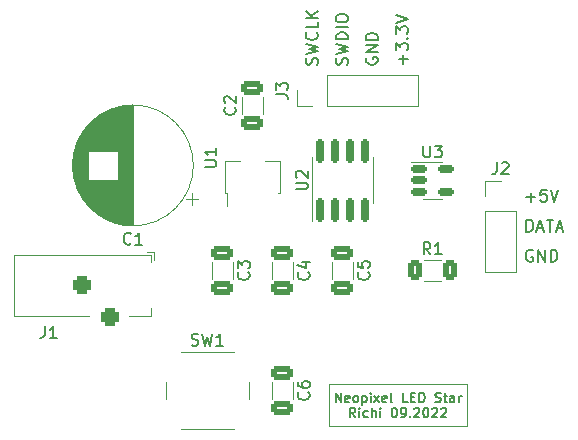
<source format=gto>
%TF.GenerationSoftware,KiCad,Pcbnew,(6.0.8)*%
%TF.CreationDate,2022-12-23T18:43:03+01:00*%
%TF.ProjectId,Neopixel_LED_Star,4e656f70-6978-4656-9c5f-4c45445f5374,rev?*%
%TF.SameCoordinates,Original*%
%TF.FileFunction,Legend,Top*%
%TF.FilePolarity,Positive*%
%FSLAX46Y46*%
G04 Gerber Fmt 4.6, Leading zero omitted, Abs format (unit mm)*
G04 Created by KiCad (PCBNEW (6.0.8)) date 2022-12-23 18:43:03*
%MOMM*%
%LPD*%
G01*
G04 APERTURE LIST*
G04 Aperture macros list*
%AMRoundRect*
0 Rectangle with rounded corners*
0 $1 Rounding radius*
0 $2 $3 $4 $5 $6 $7 $8 $9 X,Y pos of 4 corners*
0 Add a 4 corners polygon primitive as box body*
4,1,4,$2,$3,$4,$5,$6,$7,$8,$9,$2,$3,0*
0 Add four circle primitives for the rounded corners*
1,1,$1+$1,$2,$3*
1,1,$1+$1,$4,$5*
1,1,$1+$1,$6,$7*
1,1,$1+$1,$8,$9*
0 Add four rect primitives between the rounded corners*
20,1,$1+$1,$2,$3,$4,$5,0*
20,1,$1+$1,$4,$5,$6,$7,0*
20,1,$1+$1,$6,$7,$8,$9,0*
20,1,$1+$1,$8,$9,$2,$3,0*%
%AMFreePoly0*
4,1,9,3.862500,-0.866500,0.737500,-0.866500,0.737500,-0.450000,-0.737500,-0.450000,-0.737500,0.450000,0.737500,0.450000,0.737500,0.866500,3.862500,0.866500,3.862500,-0.866500,3.862500,-0.866500,$1*%
G04 Aperture macros list end*
%ADD10C,0.100000*%
%ADD11C,0.150000*%
%ADD12C,0.120000*%
%ADD13RoundRect,0.250000X-0.650000X0.325000X-0.650000X-0.325000X0.650000X-0.325000X0.650000X0.325000X0*%
%ADD14C,6.400000*%
%ADD15RoundRect,0.150000X-0.512500X-0.150000X0.512500X-0.150000X0.512500X0.150000X-0.512500X0.150000X0*%
%ADD16C,2.000000*%
%ADD17R,1.700000X1.700000*%
%ADD18O,1.700000X1.700000*%
%ADD19RoundRect,0.150000X0.150000X-0.825000X0.150000X0.825000X-0.150000X0.825000X-0.150000X-0.825000X0*%
%ADD20RoundRect,0.250000X-0.312500X-0.625000X0.312500X-0.625000X0.312500X0.625000X-0.312500X0.625000X0*%
%ADD21R,0.900000X1.300000*%
%ADD22FreePoly0,90.000000*%
%ADD23R,1.600000X1.600000*%
%ADD24RoundRect,0.400000X-0.400000X-0.400000X0.400000X-0.400000X0.400000X0.400000X-0.400000X0.400000X0*%
%ADD25RoundRect,0.250000X0.650000X-0.325000X0.650000X0.325000X-0.650000X0.325000X-0.650000X-0.325000X0*%
%ADD26R,2.000000X2.000000*%
G04 APERTURE END LIST*
D10*
X148717000Y-101092000D02*
X160401000Y-101092000D01*
X160401000Y-101092000D02*
X160401000Y-104648000D01*
X160401000Y-104648000D02*
X148717000Y-104648000D01*
X148717000Y-104648000D02*
X148717000Y-101092000D01*
D11*
X151900000Y-73435595D02*
X151852380Y-73530833D01*
X151852380Y-73673690D01*
X151900000Y-73816547D01*
X151995238Y-73911785D01*
X152090476Y-73959404D01*
X152280952Y-74007023D01*
X152423809Y-74007023D01*
X152614285Y-73959404D01*
X152709523Y-73911785D01*
X152804761Y-73816547D01*
X152852380Y-73673690D01*
X152852380Y-73578452D01*
X152804761Y-73435595D01*
X152757142Y-73387976D01*
X152423809Y-73387976D01*
X152423809Y-73578452D01*
X152852380Y-72959404D02*
X151852380Y-72959404D01*
X152852380Y-72387976D01*
X151852380Y-72387976D01*
X152852380Y-71911785D02*
X151852380Y-71911785D01*
X151852380Y-71673690D01*
X151900000Y-71530833D01*
X151995238Y-71435595D01*
X152090476Y-71387976D01*
X152280952Y-71340357D01*
X152423809Y-71340357D01*
X152614285Y-71387976D01*
X152709523Y-71435595D01*
X152804761Y-71530833D01*
X152852380Y-71673690D01*
X152852380Y-71911785D01*
X165435595Y-88152380D02*
X165435595Y-87152380D01*
X165673690Y-87152380D01*
X165816547Y-87200000D01*
X165911785Y-87295238D01*
X165959404Y-87390476D01*
X166007023Y-87580952D01*
X166007023Y-87723809D01*
X165959404Y-87914285D01*
X165911785Y-88009523D01*
X165816547Y-88104761D01*
X165673690Y-88152380D01*
X165435595Y-88152380D01*
X166387976Y-87866666D02*
X166864166Y-87866666D01*
X166292738Y-88152380D02*
X166626071Y-87152380D01*
X166959404Y-88152380D01*
X167149880Y-87152380D02*
X167721309Y-87152380D01*
X167435595Y-88152380D02*
X167435595Y-87152380D01*
X168007023Y-87866666D02*
X168483214Y-87866666D01*
X167911785Y-88152380D02*
X168245119Y-87152380D01*
X168578452Y-88152380D01*
X165435595Y-85231428D02*
X166197500Y-85231428D01*
X165816547Y-85612380D02*
X165816547Y-84850476D01*
X167149880Y-84612380D02*
X166673690Y-84612380D01*
X166626071Y-85088571D01*
X166673690Y-85040952D01*
X166768928Y-84993333D01*
X167007023Y-84993333D01*
X167102261Y-85040952D01*
X167149880Y-85088571D01*
X167197500Y-85183809D01*
X167197500Y-85421904D01*
X167149880Y-85517142D01*
X167102261Y-85564761D01*
X167007023Y-85612380D01*
X166768928Y-85612380D01*
X166673690Y-85564761D01*
X166626071Y-85517142D01*
X167483214Y-84612380D02*
X167816547Y-85612380D01*
X168149880Y-84612380D01*
X149282809Y-102587904D02*
X149282809Y-101787904D01*
X149739952Y-102587904D01*
X149739952Y-101787904D01*
X150425666Y-102549809D02*
X150349476Y-102587904D01*
X150197095Y-102587904D01*
X150120904Y-102549809D01*
X150082809Y-102473619D01*
X150082809Y-102168857D01*
X150120904Y-102092666D01*
X150197095Y-102054571D01*
X150349476Y-102054571D01*
X150425666Y-102092666D01*
X150463761Y-102168857D01*
X150463761Y-102245047D01*
X150082809Y-102321238D01*
X150920904Y-102587904D02*
X150844714Y-102549809D01*
X150806619Y-102511714D01*
X150768523Y-102435523D01*
X150768523Y-102206952D01*
X150806619Y-102130761D01*
X150844714Y-102092666D01*
X150920904Y-102054571D01*
X151035190Y-102054571D01*
X151111380Y-102092666D01*
X151149476Y-102130761D01*
X151187571Y-102206952D01*
X151187571Y-102435523D01*
X151149476Y-102511714D01*
X151111380Y-102549809D01*
X151035190Y-102587904D01*
X150920904Y-102587904D01*
X151530428Y-102054571D02*
X151530428Y-102854571D01*
X151530428Y-102092666D02*
X151606619Y-102054571D01*
X151759000Y-102054571D01*
X151835190Y-102092666D01*
X151873285Y-102130761D01*
X151911380Y-102206952D01*
X151911380Y-102435523D01*
X151873285Y-102511714D01*
X151835190Y-102549809D01*
X151759000Y-102587904D01*
X151606619Y-102587904D01*
X151530428Y-102549809D01*
X152254238Y-102587904D02*
X152254238Y-102054571D01*
X152254238Y-101787904D02*
X152216142Y-101826000D01*
X152254238Y-101864095D01*
X152292333Y-101826000D01*
X152254238Y-101787904D01*
X152254238Y-101864095D01*
X152559000Y-102587904D02*
X152978047Y-102054571D01*
X152559000Y-102054571D02*
X152978047Y-102587904D01*
X153587571Y-102549809D02*
X153511380Y-102587904D01*
X153359000Y-102587904D01*
X153282809Y-102549809D01*
X153244714Y-102473619D01*
X153244714Y-102168857D01*
X153282809Y-102092666D01*
X153359000Y-102054571D01*
X153511380Y-102054571D01*
X153587571Y-102092666D01*
X153625666Y-102168857D01*
X153625666Y-102245047D01*
X153244714Y-102321238D01*
X154082809Y-102587904D02*
X154006619Y-102549809D01*
X153968523Y-102473619D01*
X153968523Y-101787904D01*
X155378047Y-102587904D02*
X154997095Y-102587904D01*
X154997095Y-101787904D01*
X155644714Y-102168857D02*
X155911380Y-102168857D01*
X156025666Y-102587904D02*
X155644714Y-102587904D01*
X155644714Y-101787904D01*
X156025666Y-101787904D01*
X156368523Y-102587904D02*
X156368523Y-101787904D01*
X156559000Y-101787904D01*
X156673285Y-101826000D01*
X156749476Y-101902190D01*
X156787571Y-101978380D01*
X156825666Y-102130761D01*
X156825666Y-102245047D01*
X156787571Y-102397428D01*
X156749476Y-102473619D01*
X156673285Y-102549809D01*
X156559000Y-102587904D01*
X156368523Y-102587904D01*
X157739952Y-102549809D02*
X157854238Y-102587904D01*
X158044714Y-102587904D01*
X158120904Y-102549809D01*
X158159000Y-102511714D01*
X158197095Y-102435523D01*
X158197095Y-102359333D01*
X158159000Y-102283142D01*
X158120904Y-102245047D01*
X158044714Y-102206952D01*
X157892333Y-102168857D01*
X157816142Y-102130761D01*
X157778047Y-102092666D01*
X157739952Y-102016476D01*
X157739952Y-101940285D01*
X157778047Y-101864095D01*
X157816142Y-101826000D01*
X157892333Y-101787904D01*
X158082809Y-101787904D01*
X158197095Y-101826000D01*
X158425666Y-102054571D02*
X158730428Y-102054571D01*
X158539952Y-101787904D02*
X158539952Y-102473619D01*
X158578047Y-102549809D01*
X158654238Y-102587904D01*
X158730428Y-102587904D01*
X159339952Y-102587904D02*
X159339952Y-102168857D01*
X159301857Y-102092666D01*
X159225666Y-102054571D01*
X159073285Y-102054571D01*
X158997095Y-102092666D01*
X159339952Y-102549809D02*
X159263761Y-102587904D01*
X159073285Y-102587904D01*
X158997095Y-102549809D01*
X158959000Y-102473619D01*
X158959000Y-102397428D01*
X158997095Y-102321238D01*
X159073285Y-102283142D01*
X159263761Y-102283142D01*
X159339952Y-102245047D01*
X159720904Y-102587904D02*
X159720904Y-102054571D01*
X159720904Y-102206952D02*
X159759000Y-102130761D01*
X159797095Y-102092666D01*
X159873285Y-102054571D01*
X159949476Y-102054571D01*
X150939952Y-103875904D02*
X150673285Y-103494952D01*
X150482809Y-103875904D02*
X150482809Y-103075904D01*
X150787571Y-103075904D01*
X150863761Y-103114000D01*
X150901857Y-103152095D01*
X150939952Y-103228285D01*
X150939952Y-103342571D01*
X150901857Y-103418761D01*
X150863761Y-103456857D01*
X150787571Y-103494952D01*
X150482809Y-103494952D01*
X151282809Y-103875904D02*
X151282809Y-103342571D01*
X151282809Y-103075904D02*
X151244714Y-103114000D01*
X151282809Y-103152095D01*
X151320904Y-103114000D01*
X151282809Y-103075904D01*
X151282809Y-103152095D01*
X152006619Y-103837809D02*
X151930428Y-103875904D01*
X151778047Y-103875904D01*
X151701857Y-103837809D01*
X151663761Y-103799714D01*
X151625666Y-103723523D01*
X151625666Y-103494952D01*
X151663761Y-103418761D01*
X151701857Y-103380666D01*
X151778047Y-103342571D01*
X151930428Y-103342571D01*
X152006619Y-103380666D01*
X152349476Y-103875904D02*
X152349476Y-103075904D01*
X152692333Y-103875904D02*
X152692333Y-103456857D01*
X152654238Y-103380666D01*
X152578047Y-103342571D01*
X152463761Y-103342571D01*
X152387571Y-103380666D01*
X152349476Y-103418761D01*
X153073285Y-103875904D02*
X153073285Y-103342571D01*
X153073285Y-103075904D02*
X153035190Y-103114000D01*
X153073285Y-103152095D01*
X153111380Y-103114000D01*
X153073285Y-103075904D01*
X153073285Y-103152095D01*
X154216142Y-103075904D02*
X154292333Y-103075904D01*
X154368523Y-103114000D01*
X154406619Y-103152095D01*
X154444714Y-103228285D01*
X154482809Y-103380666D01*
X154482809Y-103571142D01*
X154444714Y-103723523D01*
X154406619Y-103799714D01*
X154368523Y-103837809D01*
X154292333Y-103875904D01*
X154216142Y-103875904D01*
X154139952Y-103837809D01*
X154101857Y-103799714D01*
X154063761Y-103723523D01*
X154025666Y-103571142D01*
X154025666Y-103380666D01*
X154063761Y-103228285D01*
X154101857Y-103152095D01*
X154139952Y-103114000D01*
X154216142Y-103075904D01*
X154863761Y-103875904D02*
X155016142Y-103875904D01*
X155092333Y-103837809D01*
X155130428Y-103799714D01*
X155206619Y-103685428D01*
X155244714Y-103533047D01*
X155244714Y-103228285D01*
X155206619Y-103152095D01*
X155168523Y-103114000D01*
X155092333Y-103075904D01*
X154939952Y-103075904D01*
X154863761Y-103114000D01*
X154825666Y-103152095D01*
X154787571Y-103228285D01*
X154787571Y-103418761D01*
X154825666Y-103494952D01*
X154863761Y-103533047D01*
X154939952Y-103571142D01*
X155092333Y-103571142D01*
X155168523Y-103533047D01*
X155206619Y-103494952D01*
X155244714Y-103418761D01*
X155587571Y-103799714D02*
X155625666Y-103837809D01*
X155587571Y-103875904D01*
X155549476Y-103837809D01*
X155587571Y-103799714D01*
X155587571Y-103875904D01*
X155930428Y-103152095D02*
X155968523Y-103114000D01*
X156044714Y-103075904D01*
X156235190Y-103075904D01*
X156311380Y-103114000D01*
X156349476Y-103152095D01*
X156387571Y-103228285D01*
X156387571Y-103304476D01*
X156349476Y-103418761D01*
X155892333Y-103875904D01*
X156387571Y-103875904D01*
X156882809Y-103075904D02*
X156959000Y-103075904D01*
X157035190Y-103114000D01*
X157073285Y-103152095D01*
X157111380Y-103228285D01*
X157149476Y-103380666D01*
X157149476Y-103571142D01*
X157111380Y-103723523D01*
X157073285Y-103799714D01*
X157035190Y-103837809D01*
X156959000Y-103875904D01*
X156882809Y-103875904D01*
X156806619Y-103837809D01*
X156768523Y-103799714D01*
X156730428Y-103723523D01*
X156692333Y-103571142D01*
X156692333Y-103380666D01*
X156730428Y-103228285D01*
X156768523Y-103152095D01*
X156806619Y-103114000D01*
X156882809Y-103075904D01*
X157454238Y-103152095D02*
X157492333Y-103114000D01*
X157568523Y-103075904D01*
X157759000Y-103075904D01*
X157835190Y-103114000D01*
X157873285Y-103152095D01*
X157911380Y-103228285D01*
X157911380Y-103304476D01*
X157873285Y-103418761D01*
X157416142Y-103875904D01*
X157911380Y-103875904D01*
X158216142Y-103152095D02*
X158254238Y-103114000D01*
X158330428Y-103075904D01*
X158520904Y-103075904D01*
X158597095Y-103114000D01*
X158635190Y-103152095D01*
X158673285Y-103228285D01*
X158673285Y-103304476D01*
X158635190Y-103418761D01*
X158178047Y-103875904D01*
X158673285Y-103875904D01*
X165959404Y-89740000D02*
X165864166Y-89692380D01*
X165721309Y-89692380D01*
X165578452Y-89740000D01*
X165483214Y-89835238D01*
X165435595Y-89930476D01*
X165387976Y-90120952D01*
X165387976Y-90263809D01*
X165435595Y-90454285D01*
X165483214Y-90549523D01*
X165578452Y-90644761D01*
X165721309Y-90692380D01*
X165816547Y-90692380D01*
X165959404Y-90644761D01*
X166007023Y-90597142D01*
X166007023Y-90263809D01*
X165816547Y-90263809D01*
X166435595Y-90692380D02*
X166435595Y-89692380D01*
X167007023Y-90692380D01*
X167007023Y-89692380D01*
X167483214Y-90692380D02*
X167483214Y-89692380D01*
X167721309Y-89692380D01*
X167864166Y-89740000D01*
X167959404Y-89835238D01*
X168007023Y-89930476D01*
X168054642Y-90120952D01*
X168054642Y-90263809D01*
X168007023Y-90454285D01*
X167959404Y-90549523D01*
X167864166Y-90644761D01*
X167721309Y-90692380D01*
X167483214Y-90692380D01*
X155011428Y-73959404D02*
X155011428Y-73197500D01*
X155392380Y-73578452D02*
X154630476Y-73578452D01*
X154392380Y-72816547D02*
X154392380Y-72197500D01*
X154773333Y-72530833D01*
X154773333Y-72387976D01*
X154820952Y-72292738D01*
X154868571Y-72245119D01*
X154963809Y-72197500D01*
X155201904Y-72197500D01*
X155297142Y-72245119D01*
X155344761Y-72292738D01*
X155392380Y-72387976D01*
X155392380Y-72673690D01*
X155344761Y-72768928D01*
X155297142Y-72816547D01*
X155297142Y-71768928D02*
X155344761Y-71721309D01*
X155392380Y-71768928D01*
X155344761Y-71816547D01*
X155297142Y-71768928D01*
X155392380Y-71768928D01*
X154392380Y-71387976D02*
X154392380Y-70768928D01*
X154773333Y-71102261D01*
X154773333Y-70959404D01*
X154820952Y-70864166D01*
X154868571Y-70816547D01*
X154963809Y-70768928D01*
X155201904Y-70768928D01*
X155297142Y-70816547D01*
X155344761Y-70864166D01*
X155392380Y-70959404D01*
X155392380Y-71245119D01*
X155344761Y-71340357D01*
X155297142Y-71387976D01*
X154392380Y-70483214D02*
X155392380Y-70149880D01*
X154392380Y-69816547D01*
X147724761Y-74007023D02*
X147772380Y-73864166D01*
X147772380Y-73626071D01*
X147724761Y-73530833D01*
X147677142Y-73483214D01*
X147581904Y-73435595D01*
X147486666Y-73435595D01*
X147391428Y-73483214D01*
X147343809Y-73530833D01*
X147296190Y-73626071D01*
X147248571Y-73816547D01*
X147200952Y-73911785D01*
X147153333Y-73959404D01*
X147058095Y-74007023D01*
X146962857Y-74007023D01*
X146867619Y-73959404D01*
X146820000Y-73911785D01*
X146772380Y-73816547D01*
X146772380Y-73578452D01*
X146820000Y-73435595D01*
X146772380Y-73102261D02*
X147772380Y-72864166D01*
X147058095Y-72673690D01*
X147772380Y-72483214D01*
X146772380Y-72245119D01*
X147677142Y-71292738D02*
X147724761Y-71340357D01*
X147772380Y-71483214D01*
X147772380Y-71578452D01*
X147724761Y-71721309D01*
X147629523Y-71816547D01*
X147534285Y-71864166D01*
X147343809Y-71911785D01*
X147200952Y-71911785D01*
X147010476Y-71864166D01*
X146915238Y-71816547D01*
X146820000Y-71721309D01*
X146772380Y-71578452D01*
X146772380Y-71483214D01*
X146820000Y-71340357D01*
X146867619Y-71292738D01*
X147772380Y-70387976D02*
X147772380Y-70864166D01*
X146772380Y-70864166D01*
X147772380Y-70054642D02*
X146772380Y-70054642D01*
X147772380Y-69483214D02*
X147200952Y-69911785D01*
X146772380Y-69483214D02*
X147343809Y-70054642D01*
X150264761Y-74007023D02*
X150312380Y-73864166D01*
X150312380Y-73626071D01*
X150264761Y-73530833D01*
X150217142Y-73483214D01*
X150121904Y-73435595D01*
X150026666Y-73435595D01*
X149931428Y-73483214D01*
X149883809Y-73530833D01*
X149836190Y-73626071D01*
X149788571Y-73816547D01*
X149740952Y-73911785D01*
X149693333Y-73959404D01*
X149598095Y-74007023D01*
X149502857Y-74007023D01*
X149407619Y-73959404D01*
X149360000Y-73911785D01*
X149312380Y-73816547D01*
X149312380Y-73578452D01*
X149360000Y-73435595D01*
X149312380Y-73102261D02*
X150312380Y-72864166D01*
X149598095Y-72673690D01*
X150312380Y-72483214D01*
X149312380Y-72245119D01*
X150312380Y-71864166D02*
X149312380Y-71864166D01*
X149312380Y-71626071D01*
X149360000Y-71483214D01*
X149455238Y-71387976D01*
X149550476Y-71340357D01*
X149740952Y-71292738D01*
X149883809Y-71292738D01*
X150074285Y-71340357D01*
X150169523Y-71387976D01*
X150264761Y-71483214D01*
X150312380Y-71626071D01*
X150312380Y-71864166D01*
X150312380Y-70864166D02*
X149312380Y-70864166D01*
X149312380Y-70197500D02*
X149312380Y-70007023D01*
X149360000Y-69911785D01*
X149455238Y-69816547D01*
X149645714Y-69768928D01*
X149979047Y-69768928D01*
X150169523Y-69816547D01*
X150264761Y-69911785D01*
X150312380Y-70007023D01*
X150312380Y-70197500D01*
X150264761Y-70292738D01*
X150169523Y-70387976D01*
X149979047Y-70435595D01*
X149645714Y-70435595D01*
X149455238Y-70387976D01*
X149360000Y-70292738D01*
X149312380Y-70197500D01*
%TO.C,C5*%
X152067142Y-91606666D02*
X152114761Y-91654285D01*
X152162380Y-91797142D01*
X152162380Y-91892380D01*
X152114761Y-92035238D01*
X152019523Y-92130476D01*
X151924285Y-92178095D01*
X151733809Y-92225714D01*
X151590952Y-92225714D01*
X151400476Y-92178095D01*
X151305238Y-92130476D01*
X151210000Y-92035238D01*
X151162380Y-91892380D01*
X151162380Y-91797142D01*
X151210000Y-91654285D01*
X151257619Y-91606666D01*
X151162380Y-90701904D02*
X151162380Y-91178095D01*
X151638571Y-91225714D01*
X151590952Y-91178095D01*
X151543333Y-91082857D01*
X151543333Y-90844761D01*
X151590952Y-90749523D01*
X151638571Y-90701904D01*
X151733809Y-90654285D01*
X151971904Y-90654285D01*
X152067142Y-90701904D01*
X152114761Y-90749523D01*
X152162380Y-90844761D01*
X152162380Y-91082857D01*
X152114761Y-91178095D01*
X152067142Y-91225714D01*
%TO.C,U3*%
X156718095Y-80872380D02*
X156718095Y-81681904D01*
X156765714Y-81777142D01*
X156813333Y-81824761D01*
X156908571Y-81872380D01*
X157099047Y-81872380D01*
X157194285Y-81824761D01*
X157241904Y-81777142D01*
X157289523Y-81681904D01*
X157289523Y-80872380D01*
X157670476Y-80872380D02*
X158289523Y-80872380D01*
X157956190Y-81253333D01*
X158099047Y-81253333D01*
X158194285Y-81300952D01*
X158241904Y-81348571D01*
X158289523Y-81443809D01*
X158289523Y-81681904D01*
X158241904Y-81777142D01*
X158194285Y-81824761D01*
X158099047Y-81872380D01*
X157813333Y-81872380D01*
X157718095Y-81824761D01*
X157670476Y-81777142D01*
%TO.C,SW1*%
X137096666Y-97754761D02*
X137239523Y-97802380D01*
X137477619Y-97802380D01*
X137572857Y-97754761D01*
X137620476Y-97707142D01*
X137668095Y-97611904D01*
X137668095Y-97516666D01*
X137620476Y-97421428D01*
X137572857Y-97373809D01*
X137477619Y-97326190D01*
X137287142Y-97278571D01*
X137191904Y-97230952D01*
X137144285Y-97183333D01*
X137096666Y-97088095D01*
X137096666Y-96992857D01*
X137144285Y-96897619D01*
X137191904Y-96850000D01*
X137287142Y-96802380D01*
X137525238Y-96802380D01*
X137668095Y-96850000D01*
X138001428Y-96802380D02*
X138239523Y-97802380D01*
X138430000Y-97088095D01*
X138620476Y-97802380D01*
X138858571Y-96802380D01*
X139763333Y-97802380D02*
X139191904Y-97802380D01*
X139477619Y-97802380D02*
X139477619Y-96802380D01*
X139382380Y-96945238D01*
X139287142Y-97040476D01*
X139191904Y-97088095D01*
%TO.C,J2*%
X162931666Y-82292380D02*
X162931666Y-83006666D01*
X162884047Y-83149523D01*
X162788809Y-83244761D01*
X162645952Y-83292380D01*
X162550714Y-83292380D01*
X163360238Y-82387619D02*
X163407857Y-82340000D01*
X163503095Y-82292380D01*
X163741190Y-82292380D01*
X163836428Y-82340000D01*
X163884047Y-82387619D01*
X163931666Y-82482857D01*
X163931666Y-82578095D01*
X163884047Y-82720952D01*
X163312619Y-83292380D01*
X163931666Y-83292380D01*
%TO.C,U2*%
X145912380Y-84581904D02*
X146721904Y-84581904D01*
X146817142Y-84534285D01*
X146864761Y-84486666D01*
X146912380Y-84391428D01*
X146912380Y-84200952D01*
X146864761Y-84105714D01*
X146817142Y-84058095D01*
X146721904Y-84010476D01*
X145912380Y-84010476D01*
X146007619Y-83581904D02*
X145960000Y-83534285D01*
X145912380Y-83439047D01*
X145912380Y-83200952D01*
X145960000Y-83105714D01*
X146007619Y-83058095D01*
X146102857Y-83010476D01*
X146198095Y-83010476D01*
X146340952Y-83058095D01*
X146912380Y-83629523D01*
X146912380Y-83010476D01*
%TO.C,C6*%
X146987142Y-101766666D02*
X147034761Y-101814285D01*
X147082380Y-101957142D01*
X147082380Y-102052380D01*
X147034761Y-102195238D01*
X146939523Y-102290476D01*
X146844285Y-102338095D01*
X146653809Y-102385714D01*
X146510952Y-102385714D01*
X146320476Y-102338095D01*
X146225238Y-102290476D01*
X146130000Y-102195238D01*
X146082380Y-102052380D01*
X146082380Y-101957142D01*
X146130000Y-101814285D01*
X146177619Y-101766666D01*
X146082380Y-100909523D02*
X146082380Y-101100000D01*
X146130000Y-101195238D01*
X146177619Y-101242857D01*
X146320476Y-101338095D01*
X146510952Y-101385714D01*
X146891904Y-101385714D01*
X146987142Y-101338095D01*
X147034761Y-101290476D01*
X147082380Y-101195238D01*
X147082380Y-101004761D01*
X147034761Y-100909523D01*
X146987142Y-100861904D01*
X146891904Y-100814285D01*
X146653809Y-100814285D01*
X146558571Y-100861904D01*
X146510952Y-100909523D01*
X146463333Y-101004761D01*
X146463333Y-101195238D01*
X146510952Y-101290476D01*
X146558571Y-101338095D01*
X146653809Y-101385714D01*
%TO.C,R1*%
X157313333Y-90072380D02*
X156980000Y-89596190D01*
X156741904Y-90072380D02*
X156741904Y-89072380D01*
X157122857Y-89072380D01*
X157218095Y-89120000D01*
X157265714Y-89167619D01*
X157313333Y-89262857D01*
X157313333Y-89405714D01*
X157265714Y-89500952D01*
X157218095Y-89548571D01*
X157122857Y-89596190D01*
X156741904Y-89596190D01*
X158265714Y-90072380D02*
X157694285Y-90072380D01*
X157980000Y-90072380D02*
X157980000Y-89072380D01*
X157884761Y-89215238D01*
X157789523Y-89310476D01*
X157694285Y-89358095D01*
%TO.C,C3*%
X141907142Y-91606666D02*
X141954761Y-91654285D01*
X142002380Y-91797142D01*
X142002380Y-91892380D01*
X141954761Y-92035238D01*
X141859523Y-92130476D01*
X141764285Y-92178095D01*
X141573809Y-92225714D01*
X141430952Y-92225714D01*
X141240476Y-92178095D01*
X141145238Y-92130476D01*
X141050000Y-92035238D01*
X141002380Y-91892380D01*
X141002380Y-91797142D01*
X141050000Y-91654285D01*
X141097619Y-91606666D01*
X141002380Y-91273333D02*
X141002380Y-90654285D01*
X141383333Y-90987619D01*
X141383333Y-90844761D01*
X141430952Y-90749523D01*
X141478571Y-90701904D01*
X141573809Y-90654285D01*
X141811904Y-90654285D01*
X141907142Y-90701904D01*
X141954761Y-90749523D01*
X142002380Y-90844761D01*
X142002380Y-91130476D01*
X141954761Y-91225714D01*
X141907142Y-91273333D01*
%TO.C,U1*%
X138192380Y-82676904D02*
X139001904Y-82676904D01*
X139097142Y-82629285D01*
X139144761Y-82581666D01*
X139192380Y-82486428D01*
X139192380Y-82295952D01*
X139144761Y-82200714D01*
X139097142Y-82153095D01*
X139001904Y-82105476D01*
X138192380Y-82105476D01*
X139192380Y-81105476D02*
X139192380Y-81676904D01*
X139192380Y-81391190D02*
X138192380Y-81391190D01*
X138335238Y-81486428D01*
X138430476Y-81581666D01*
X138478095Y-81676904D01*
%TO.C,J1*%
X124663666Y-96162380D02*
X124663666Y-96876666D01*
X124616047Y-97019523D01*
X124520809Y-97114761D01*
X124377952Y-97162380D01*
X124282714Y-97162380D01*
X125663666Y-97162380D02*
X125092238Y-97162380D01*
X125377952Y-97162380D02*
X125377952Y-96162380D01*
X125282714Y-96305238D01*
X125187476Y-96400476D01*
X125092238Y-96448095D01*
%TO.C,C4*%
X146987142Y-91606666D02*
X147034761Y-91654285D01*
X147082380Y-91797142D01*
X147082380Y-91892380D01*
X147034761Y-92035238D01*
X146939523Y-92130476D01*
X146844285Y-92178095D01*
X146653809Y-92225714D01*
X146510952Y-92225714D01*
X146320476Y-92178095D01*
X146225238Y-92130476D01*
X146130000Y-92035238D01*
X146082380Y-91892380D01*
X146082380Y-91797142D01*
X146130000Y-91654285D01*
X146177619Y-91606666D01*
X146415714Y-90749523D02*
X147082380Y-90749523D01*
X146034761Y-90987619D02*
X146749047Y-91225714D01*
X146749047Y-90606666D01*
%TO.C,J3*%
X144232380Y-76533333D02*
X144946666Y-76533333D01*
X145089523Y-76580952D01*
X145184761Y-76676190D01*
X145232380Y-76819047D01*
X145232380Y-76914285D01*
X144232380Y-76152380D02*
X144232380Y-75533333D01*
X144613333Y-75866666D01*
X144613333Y-75723809D01*
X144660952Y-75628571D01*
X144708571Y-75580952D01*
X144803809Y-75533333D01*
X145041904Y-75533333D01*
X145137142Y-75580952D01*
X145184761Y-75628571D01*
X145232380Y-75723809D01*
X145232380Y-76009523D01*
X145184761Y-76104761D01*
X145137142Y-76152380D01*
%TO.C,C2*%
X140747142Y-77636666D02*
X140794761Y-77684285D01*
X140842380Y-77827142D01*
X140842380Y-77922380D01*
X140794761Y-78065238D01*
X140699523Y-78160476D01*
X140604285Y-78208095D01*
X140413809Y-78255714D01*
X140270952Y-78255714D01*
X140080476Y-78208095D01*
X139985238Y-78160476D01*
X139890000Y-78065238D01*
X139842380Y-77922380D01*
X139842380Y-77827142D01*
X139890000Y-77684285D01*
X139937619Y-77636666D01*
X139937619Y-77255714D02*
X139890000Y-77208095D01*
X139842380Y-77112857D01*
X139842380Y-76874761D01*
X139890000Y-76779523D01*
X139937619Y-76731904D01*
X140032857Y-76684285D01*
X140128095Y-76684285D01*
X140270952Y-76731904D01*
X140842380Y-77303333D01*
X140842380Y-76684285D01*
%TO.C,C1*%
X131953333Y-89157142D02*
X131905714Y-89204761D01*
X131762857Y-89252380D01*
X131667619Y-89252380D01*
X131524761Y-89204761D01*
X131429523Y-89109523D01*
X131381904Y-89014285D01*
X131334285Y-88823809D01*
X131334285Y-88680952D01*
X131381904Y-88490476D01*
X131429523Y-88395238D01*
X131524761Y-88300000D01*
X131667619Y-88252380D01*
X131762857Y-88252380D01*
X131905714Y-88300000D01*
X131953333Y-88347619D01*
X132905714Y-89252380D02*
X132334285Y-89252380D01*
X132620000Y-89252380D02*
X132620000Y-88252380D01*
X132524761Y-88395238D01*
X132429523Y-88490476D01*
X132334285Y-88538095D01*
D12*
%TO.C,C5*%
X150770000Y-90728748D02*
X150770000Y-92151252D01*
X148950000Y-90728748D02*
X148950000Y-92151252D01*
%TO.C,U3*%
X157480000Y-82260000D02*
X158280000Y-82260000D01*
X157480000Y-85380000D02*
X156680000Y-85380000D01*
X157480000Y-85380000D02*
X158280000Y-85380000D01*
X157480000Y-82260000D02*
X155680000Y-82260000D01*
%TO.C,SW1*%
X141930000Y-102350000D02*
X141930000Y-100850000D01*
X140680000Y-98350000D02*
X136180000Y-98350000D01*
X134930000Y-100850000D02*
X134930000Y-102350000D01*
X136180000Y-104850000D02*
X140680000Y-104850000D01*
%TO.C,J2*%
X161935000Y-91580000D02*
X164595000Y-91580000D01*
X161935000Y-85170000D02*
X161935000Y-83840000D01*
X161935000Y-86440000D02*
X161935000Y-91580000D01*
X161935000Y-83840000D02*
X163265000Y-83840000D01*
X161935000Y-86440000D02*
X164595000Y-86440000D01*
X164595000Y-86440000D02*
X164595000Y-91580000D01*
%TO.C,U2*%
X147300000Y-83820000D02*
X147300000Y-87270000D01*
X152420000Y-83820000D02*
X152420000Y-85770000D01*
X147300000Y-83820000D02*
X147300000Y-81870000D01*
X152420000Y-83820000D02*
X152420000Y-81870000D01*
%TO.C,C6*%
X143870000Y-100888748D02*
X143870000Y-102311252D01*
X145690000Y-100888748D02*
X145690000Y-102311252D01*
%TO.C,R1*%
X156752936Y-90530000D02*
X158207064Y-90530000D01*
X156752936Y-92350000D02*
X158207064Y-92350000D01*
%TO.C,C3*%
X140610000Y-90728748D02*
X140610000Y-92151252D01*
X138790000Y-90728748D02*
X138790000Y-92151252D01*
%TO.C,U1*%
X144600000Y-84880000D02*
X144370000Y-84880000D01*
X139880000Y-84880000D02*
X140110000Y-84880000D01*
X144600000Y-82160000D02*
X144600000Y-84880000D01*
X143290000Y-82160000D02*
X144600000Y-82160000D01*
X139880000Y-84880000D02*
X139880000Y-82160000D01*
X139880000Y-82160000D02*
X141190000Y-82160000D01*
X140110000Y-86020000D02*
X140110000Y-84880000D01*
%TO.C,J1*%
X133697000Y-95310000D02*
X131797000Y-95310000D01*
X122097000Y-90110000D02*
X133697000Y-90110000D01*
X122097000Y-95310000D02*
X122097000Y-90110000D01*
X133897000Y-90535000D02*
X133897000Y-89910000D01*
X133297000Y-89910000D02*
X133897000Y-89910000D01*
X128397000Y-95310000D02*
X122097000Y-95310000D01*
X133697000Y-94610000D02*
X133697000Y-95310000D01*
X133697000Y-90110000D02*
X133697000Y-90710000D01*
%TO.C,C4*%
X143870000Y-90728748D02*
X143870000Y-92151252D01*
X145690000Y-90728748D02*
X145690000Y-92151252D01*
%TO.C,J3*%
X156270000Y-77530000D02*
X156270000Y-74870000D01*
X147320000Y-77530000D02*
X145990000Y-77530000D01*
X148590000Y-77530000D02*
X156270000Y-77530000D01*
X145990000Y-77530000D02*
X145990000Y-76200000D01*
X148590000Y-74870000D02*
X156270000Y-74870000D01*
X148590000Y-77530000D02*
X148590000Y-74870000D01*
%TO.C,C2*%
X143150000Y-78181252D02*
X143150000Y-76758748D01*
X141330000Y-78181252D02*
X141330000Y-76758748D01*
%TO.C,C1*%
X129479000Y-81309000D02*
X129479000Y-78203000D01*
X128599000Y-86229000D02*
X128599000Y-83791000D01*
X129439000Y-81309000D02*
X129439000Y-78227000D01*
X128879000Y-81309000D02*
X128879000Y-78625000D01*
X128439000Y-86070000D02*
X128439000Y-83791000D01*
X130679000Y-87424000D02*
X130679000Y-83791000D01*
X129599000Y-86967000D02*
X129599000Y-83791000D01*
X127279000Y-84180000D02*
X127279000Y-80920000D01*
X130839000Y-81309000D02*
X130839000Y-77632000D01*
X130559000Y-81309000D02*
X130559000Y-77713000D01*
X129239000Y-81309000D02*
X129239000Y-78356000D01*
X128199000Y-85804000D02*
X128199000Y-79296000D01*
X129799000Y-87075000D02*
X129799000Y-83791000D01*
X129079000Y-86630000D02*
X129079000Y-83791000D01*
X127999000Y-85550000D02*
X127999000Y-79550000D01*
X129119000Y-86660000D02*
X129119000Y-83791000D01*
X131440000Y-87585000D02*
X131440000Y-77515000D01*
X129719000Y-81309000D02*
X129719000Y-78067000D01*
X131279000Y-87561000D02*
X131279000Y-77539000D01*
X130119000Y-81309000D02*
X130119000Y-77876000D01*
X127359000Y-84396000D02*
X127359000Y-80704000D01*
X130599000Y-81309000D02*
X130599000Y-77700000D01*
X129639000Y-81309000D02*
X129639000Y-78110000D01*
X129039000Y-81309000D02*
X129039000Y-78500000D01*
X128279000Y-85897000D02*
X128279000Y-79203000D01*
X131560000Y-87600000D02*
X131560000Y-77500000D01*
X130239000Y-87273000D02*
X130239000Y-83791000D01*
X130839000Y-87468000D02*
X130839000Y-83791000D01*
X130919000Y-87488000D02*
X130919000Y-77612000D01*
X130159000Y-87240000D02*
X130159000Y-83791000D01*
X129759000Y-81309000D02*
X129759000Y-78046000D01*
X131239000Y-87554000D02*
X131239000Y-77546000D01*
X129679000Y-81309000D02*
X129679000Y-78088000D01*
X128239000Y-85851000D02*
X128239000Y-79249000D01*
X127079000Y-83412000D02*
X127079000Y-81688000D01*
X129279000Y-86771000D02*
X129279000Y-83791000D01*
X130759000Y-87447000D02*
X130759000Y-83791000D01*
X129839000Y-87095000D02*
X129839000Y-83791000D01*
X130039000Y-87189000D02*
X130039000Y-83791000D01*
X130799000Y-81309000D02*
X130799000Y-77643000D01*
X127719000Y-85129000D02*
X127719000Y-79971000D01*
X127799000Y-85259000D02*
X127799000Y-79841000D01*
X129319000Y-86797000D02*
X129319000Y-83791000D01*
X131159000Y-87540000D02*
X131159000Y-77560000D01*
X131640000Y-87608000D02*
X131640000Y-77492000D01*
X129039000Y-86600000D02*
X129039000Y-83791000D01*
X131520000Y-87595000D02*
X131520000Y-77505000D01*
X132120000Y-87630000D02*
X132120000Y-77470000D01*
X127639000Y-84989000D02*
X127639000Y-80111000D01*
X129359000Y-81309000D02*
X129359000Y-78277000D01*
X130319000Y-87304000D02*
X130319000Y-83791000D01*
X131760000Y-87618000D02*
X131760000Y-77482000D01*
X131399000Y-87580000D02*
X131399000Y-77520000D01*
X129439000Y-86873000D02*
X129439000Y-83791000D01*
X137099646Y-85925000D02*
X137099646Y-84925000D01*
X128639000Y-86266000D02*
X128639000Y-83791000D01*
X131199000Y-87547000D02*
X131199000Y-77553000D01*
X129999000Y-81309000D02*
X129999000Y-77929000D01*
X129359000Y-86823000D02*
X129359000Y-83791000D01*
X128399000Y-86028000D02*
X128399000Y-83791000D01*
X131039000Y-87515000D02*
X131039000Y-77585000D01*
X128479000Y-81309000D02*
X128479000Y-78989000D01*
X129199000Y-81309000D02*
X129199000Y-78384000D01*
X130439000Y-87347000D02*
X130439000Y-83791000D01*
X130319000Y-81309000D02*
X130319000Y-77796000D01*
X130359000Y-81309000D02*
X130359000Y-77782000D01*
X129399000Y-86848000D02*
X129399000Y-83791000D01*
X130439000Y-81309000D02*
X130439000Y-77753000D01*
X128919000Y-81309000D02*
X128919000Y-78593000D01*
X131319000Y-87568000D02*
X131319000Y-77532000D01*
X127759000Y-85195000D02*
X127759000Y-79905000D01*
X131680000Y-87612000D02*
X131680000Y-77488000D01*
X131359000Y-87574000D02*
X131359000Y-77526000D01*
X128959000Y-81309000D02*
X128959000Y-78561000D01*
X130239000Y-81309000D02*
X130239000Y-77827000D01*
X128679000Y-86303000D02*
X128679000Y-83791000D01*
X127399000Y-84494000D02*
X127399000Y-80606000D01*
X129639000Y-86990000D02*
X129639000Y-83791000D01*
X129119000Y-81309000D02*
X129119000Y-78440000D01*
X127159000Y-83780000D02*
X127159000Y-81320000D01*
X128479000Y-86111000D02*
X128479000Y-83791000D01*
X131960000Y-87628000D02*
X131960000Y-77472000D01*
X129999000Y-87171000D02*
X129999000Y-83791000D01*
X127919000Y-85439000D02*
X127919000Y-79661000D01*
X128439000Y-81309000D02*
X128439000Y-79030000D01*
X127199000Y-83928000D02*
X127199000Y-81172000D01*
X130039000Y-81309000D02*
X130039000Y-77911000D01*
X130639000Y-81309000D02*
X130639000Y-77688000D01*
X129079000Y-81309000D02*
X129079000Y-78470000D01*
X131800000Y-87620000D02*
X131800000Y-77480000D01*
X130479000Y-87361000D02*
X130479000Y-83791000D01*
X130079000Y-81309000D02*
X130079000Y-77893000D01*
X128799000Y-81309000D02*
X128799000Y-78692000D01*
X127839000Y-85320000D02*
X127839000Y-79780000D01*
X130159000Y-81309000D02*
X130159000Y-77860000D01*
X127559000Y-84839000D02*
X127559000Y-80261000D01*
X128119000Y-85706000D02*
X128119000Y-79394000D01*
X131119000Y-87532000D02*
X131119000Y-77568000D01*
X130719000Y-81309000D02*
X130719000Y-77665000D01*
X131079000Y-87524000D02*
X131079000Y-77576000D01*
X130199000Y-87257000D02*
X130199000Y-83791000D01*
X129919000Y-87134000D02*
X129919000Y-83791000D01*
X129879000Y-81309000D02*
X129879000Y-77986000D01*
X130079000Y-87207000D02*
X130079000Y-83791000D01*
X131840000Y-87623000D02*
X131840000Y-77477000D01*
X129559000Y-86945000D02*
X129559000Y-83791000D01*
X127599000Y-84915000D02*
X127599000Y-80185000D01*
X128839000Y-81309000D02*
X128839000Y-78658000D01*
X128599000Y-81309000D02*
X128599000Y-78871000D01*
X128919000Y-86507000D02*
X128919000Y-83791000D01*
X131880000Y-87625000D02*
X131880000Y-77475000D01*
X128839000Y-86442000D02*
X128839000Y-83791000D01*
X130639000Y-87412000D02*
X130639000Y-83791000D01*
X129799000Y-81309000D02*
X129799000Y-78025000D01*
X129959000Y-81309000D02*
X129959000Y-77947000D01*
X128519000Y-81309000D02*
X128519000Y-78949000D01*
X137599646Y-85425000D02*
X136599646Y-85425000D01*
X129159000Y-81309000D02*
X129159000Y-78412000D01*
X130879000Y-87478000D02*
X130879000Y-77622000D01*
X130199000Y-81309000D02*
X130199000Y-77843000D01*
X127879000Y-85380000D02*
X127879000Y-79720000D01*
X129959000Y-87153000D02*
X129959000Y-83791000D01*
X128719000Y-81309000D02*
X128719000Y-78761000D01*
X127239000Y-84060000D02*
X127239000Y-81040000D01*
X128159000Y-85756000D02*
X128159000Y-79344000D01*
X129879000Y-87114000D02*
X129879000Y-83791000D01*
X130519000Y-87374000D02*
X130519000Y-83791000D01*
X129839000Y-81309000D02*
X129839000Y-78005000D01*
X127439000Y-84587000D02*
X127439000Y-80513000D01*
X131600000Y-87604000D02*
X131600000Y-77496000D01*
X129519000Y-81309000D02*
X129519000Y-78179000D01*
X132040000Y-87630000D02*
X132040000Y-77470000D01*
X131720000Y-87615000D02*
X131720000Y-77485000D01*
X129479000Y-86897000D02*
X129479000Y-83791000D01*
X130959000Y-87497000D02*
X130959000Y-77603000D01*
X127479000Y-84675000D02*
X127479000Y-80425000D01*
X128719000Y-86339000D02*
X128719000Y-83791000D01*
X128999000Y-81309000D02*
X128999000Y-78530000D01*
X129919000Y-81309000D02*
X129919000Y-77966000D01*
X128759000Y-81309000D02*
X128759000Y-78726000D01*
X128319000Y-85942000D02*
X128319000Y-79158000D01*
X128799000Y-86408000D02*
X128799000Y-83791000D01*
X129279000Y-81309000D02*
X129279000Y-78329000D01*
X130599000Y-87400000D02*
X130599000Y-83791000D01*
X129599000Y-81309000D02*
X129599000Y-78133000D01*
X127119000Y-83612000D02*
X127119000Y-81488000D01*
X129759000Y-87054000D02*
X129759000Y-83791000D01*
X128359000Y-85986000D02*
X128359000Y-79114000D01*
X128879000Y-86475000D02*
X128879000Y-83791000D01*
X130799000Y-87457000D02*
X130799000Y-83791000D01*
X128639000Y-81309000D02*
X128639000Y-78834000D01*
X129399000Y-81309000D02*
X129399000Y-78252000D01*
X127039000Y-83149000D02*
X127039000Y-81951000D01*
X131920000Y-87627000D02*
X131920000Y-77473000D01*
X130759000Y-81309000D02*
X130759000Y-77653000D01*
X127959000Y-85495000D02*
X127959000Y-79605000D01*
X127519000Y-84759000D02*
X127519000Y-80341000D01*
X129719000Y-87033000D02*
X129719000Y-83791000D01*
X130359000Y-87318000D02*
X130359000Y-83791000D01*
X129199000Y-86716000D02*
X129199000Y-83791000D01*
X128999000Y-86570000D02*
X128999000Y-83791000D01*
X129319000Y-81309000D02*
X129319000Y-78303000D01*
X132080000Y-87630000D02*
X132080000Y-77470000D01*
X132000000Y-87629000D02*
X132000000Y-77471000D01*
X130119000Y-87224000D02*
X130119000Y-83791000D01*
X130399000Y-87333000D02*
X130399000Y-83791000D01*
X127679000Y-85060000D02*
X127679000Y-80040000D01*
X130559000Y-87387000D02*
X130559000Y-83791000D01*
X128079000Y-85656000D02*
X128079000Y-79444000D01*
X130519000Y-81309000D02*
X130519000Y-77726000D01*
X130679000Y-81309000D02*
X130679000Y-77676000D01*
X129679000Y-87012000D02*
X129679000Y-83791000D01*
X130279000Y-81309000D02*
X130279000Y-77812000D01*
X130279000Y-87288000D02*
X130279000Y-83791000D01*
X130479000Y-81309000D02*
X130479000Y-77739000D01*
X129519000Y-86921000D02*
X129519000Y-83791000D01*
X128559000Y-86190000D02*
X128559000Y-83791000D01*
X128399000Y-81309000D02*
X128399000Y-79072000D01*
X129239000Y-86744000D02*
X129239000Y-83791000D01*
X128759000Y-86374000D02*
X128759000Y-83791000D01*
X127319000Y-84292000D02*
X127319000Y-80808000D01*
X128559000Y-81309000D02*
X128559000Y-78910000D01*
X128679000Y-81309000D02*
X128679000Y-78797000D01*
X128959000Y-86539000D02*
X128959000Y-83791000D01*
X130999000Y-87506000D02*
X130999000Y-77594000D01*
X130399000Y-81309000D02*
X130399000Y-77767000D01*
X128039000Y-85604000D02*
X128039000Y-79496000D01*
X130719000Y-87435000D02*
X130719000Y-83791000D01*
X129159000Y-86688000D02*
X129159000Y-83791000D01*
X129559000Y-81309000D02*
X129559000Y-78155000D01*
X131480000Y-87590000D02*
X131480000Y-77510000D01*
X128519000Y-86151000D02*
X128519000Y-83791000D01*
X137240000Y-82550000D02*
G75*
G03*
X137240000Y-82550000I-5120000J0D01*
G01*
%TD*%
%LPC*%
D13*
%TO.C,C5*%
X149860000Y-89965000D03*
X149860000Y-92915000D03*
%TD*%
D14*
%TO.C,REF\u002A\u002A*%
X127000000Y-101600000D03*
%TD*%
D15*
%TO.C,U3*%
X156342500Y-82870000D03*
X156342500Y-83820000D03*
X156342500Y-84770000D03*
X158617500Y-84770000D03*
X158617500Y-82870000D03*
%TD*%
D16*
%TO.C,SW1*%
X141680000Y-99350000D03*
X135180000Y-99350000D03*
X141680000Y-103850000D03*
X135180000Y-103850000D03*
%TD*%
D14*
%TO.C,REF\u002A\u002A*%
X165100000Y-101600000D03*
%TD*%
%TO.C,REF\u002A\u002A*%
X165100000Y-73660000D03*
%TD*%
D17*
%TO.C,J2*%
X163265000Y-85170000D03*
D18*
X163265000Y-87710000D03*
X163265000Y-90250000D03*
%TD*%
D19*
%TO.C,U2*%
X147955000Y-86295000D03*
X149225000Y-86295000D03*
X150495000Y-86295000D03*
X151765000Y-86295000D03*
X151765000Y-81345000D03*
X150495000Y-81345000D03*
X149225000Y-81345000D03*
X147955000Y-81345000D03*
%TD*%
D13*
%TO.C,C6*%
X144780000Y-100125000D03*
X144780000Y-103075000D03*
%TD*%
D20*
%TO.C,R1*%
X156017500Y-91440000D03*
X158942500Y-91440000D03*
%TD*%
D13*
%TO.C,C3*%
X139700000Y-89965000D03*
X139700000Y-92915000D03*
%TD*%
D21*
%TO.C,U1*%
X140740000Y-85470000D03*
D22*
X142240000Y-85382500D03*
D21*
X143740000Y-85470000D03*
%TD*%
D23*
%TO.C,J1*%
X132797000Y-92710000D03*
D24*
X127797000Y-92710000D03*
X130197000Y-95410000D03*
%TD*%
D13*
%TO.C,C4*%
X144780000Y-89965000D03*
X144780000Y-92915000D03*
%TD*%
D17*
%TO.C,J3*%
X147320000Y-76200000D03*
D18*
X149860000Y-76200000D03*
X152400000Y-76200000D03*
X154940000Y-76200000D03*
%TD*%
D25*
%TO.C,C2*%
X142240000Y-78945000D03*
X142240000Y-75995000D03*
%TD*%
D14*
%TO.C,REF\u002A\u002A*%
X127000000Y-73660000D03*
%TD*%
D26*
%TO.C,C1*%
X134620000Y-82550000D03*
D16*
X129620000Y-82550000D03*
%TD*%
M02*

</source>
